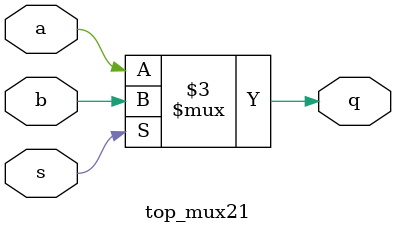
<source format=v>
`timescale 1ns / 1ps


module top_mux21(
    input a,
    input b,
    input s,
    output reg q
    );
always@(*)
begin
if(s)
q<=b;
else
q<=a;
end
endmodule

</source>
